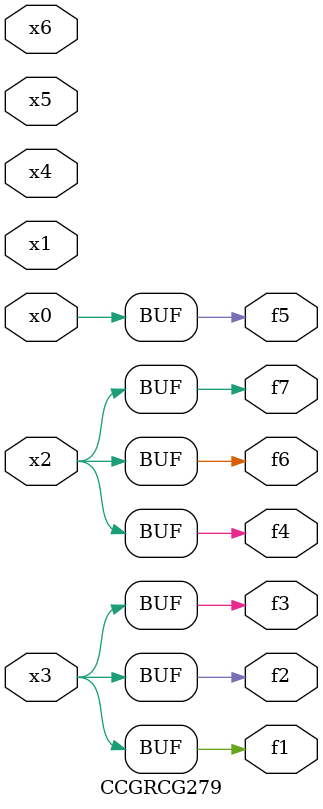
<source format=v>
module CCGRCG279(
	input x0, x1, x2, x3, x4, x5, x6,
	output f1, f2, f3, f4, f5, f6, f7
);
	assign f1 = x3;
	assign f2 = x3;
	assign f3 = x3;
	assign f4 = x2;
	assign f5 = x0;
	assign f6 = x2;
	assign f7 = x2;
endmodule

</source>
